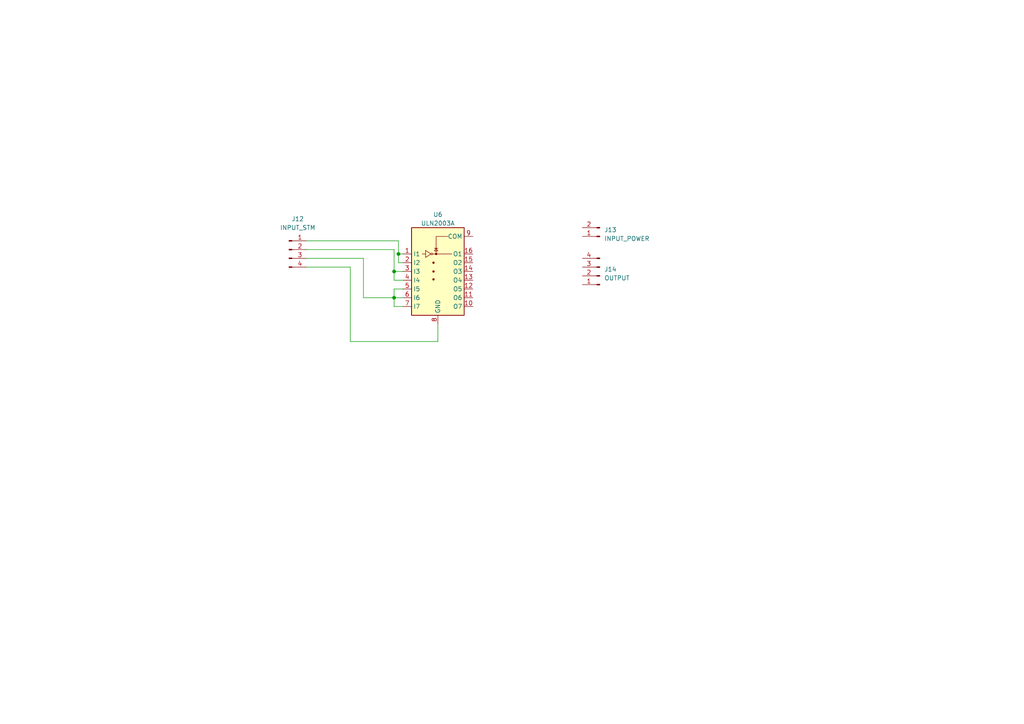
<source format=kicad_sch>
(kicad_sch (version 20230121) (generator eeschema)
  (paper "A4")
  (lib_symbols
    (symbol "Connector:Conn_01x02_Pin" (pin_names (offset 1.016) hide)
      (property "Reference" "J" (at 0 2.54 0))
      (property "Value" "Conn_01x02_Pin" (at 0 -5.08 0))
      (symbol "Conn_01x02_Pin_1_1"
        (polyline (pts (xy 1.27 -2.54) (xy 0.8636 -2.54)) (stroke (width 0.1524)))
        (polyline (pts (xy 1.27 0) (xy 0.8636 0)) (stroke (width 0.1524)))
        (rectangle (start 0.8636 -2.413) (end 0 -2.667) (stroke (width 0.1524)) (fill (type outline)))
        (rectangle (start 0.8636 0.127) (end 0 -0.127) (stroke (width 0.1524)) (fill (type outline)))
        (pin passive line (at 5.08 0 180) (length 3.81) (name "Pin_1") (number "1"))
        (pin passive line (at 5.08 -2.54 180) (length 3.81) (name "Pin_2") (number "2"))
      )
    )
    (symbol "Connector:Conn_01x04_Pin" (pin_names (offset 1.016) hide)
      (property "Reference" "J" (at 0 5.08 0))
      (property "Value" "Conn_01x04_Pin" (at 0 -7.62 0))
      (symbol "Conn_01x04_Pin_1_1"
        (polyline (pts (xy 1.27 -5.08) (xy 0.8636 -5.08)) (stroke (width 0.1524)))
        (polyline (pts (xy 1.27 -2.54) (xy 0.8636 -2.54)) (stroke (width 0.1524)))
        (polyline (pts (xy 1.27 0) (xy 0.8636 0)) (stroke (width 0.1524)))
        (polyline (pts (xy 1.27 2.54) (xy 0.8636 2.54)) (stroke (width 0.1524)))
        (rectangle (start 0.8636 -4.953) (end 0 -5.207) (stroke (width 0.1524)) (fill (type outline)))
        (rectangle (start 0.8636 -2.413) (end 0 -2.667) (stroke (width 0.1524)) (fill (type outline)))
        (rectangle (start 0.8636 0.127) (end 0 -0.127) (stroke (width 0.1524)) (fill (type outline)))
        (rectangle (start 0.8636 2.667) (end 0 2.413) (stroke (width 0.1524)) (fill (type outline)))
        (pin passive line (at 5.08 2.54 180) (length 3.81) (name "Pin_1") (number "1"))
        (pin passive line (at 5.08 0 180) (length 3.81) (name "Pin_2") (number "2"))
        (pin passive line (at 5.08 -2.54 180) (length 3.81) (name "Pin_3") (number "3"))
        (pin passive line (at 5.08 -5.08 180) (length 3.81) (name "Pin_4") (number "4"))
      )
    )
    (symbol "Transistor_Array:ULN2003A"
      (property "Reference" "U" (at 0 15.875 0))
      (property "Value" "ULN2003A" (at 0 13.97 0))
      (symbol "ULN2003A_0_1"
        (rectangle (start -7.62 -12.7) (end 7.62 12.7) (stroke (width 0.254)) (fill (type background)))
        (circle (center -1.778 5.08) (radius 0.254))
        (circle (center -1.27 -2.286) (radius 0.254) (fill (type outline)))
        (circle (center -1.27 0) (radius 0.254) (fill (type outline)))
        (circle (center -1.27 2.54) (radius 0.254) (fill (type outline)))
        (circle (center -0.508 5.08) (radius 0.254) (fill (type outline)))
        (polyline (pts (xy -4.572 5.08) (xy -3.556 5.08)))
        (polyline (pts (xy -1.524 5.08) (xy 4.064 5.08)))
        (polyline (pts (xy 0 6.731) (xy -1.016 6.731)))
        (polyline (pts (xy -0.508 5.08) (xy -0.508 10.16) (xy 2.921 10.16)))
        (polyline (pts (xy -3.556 6.096) (xy -3.556 4.064) (xy -2.032 5.08) (xy -3.556 6.096)))
        (polyline (pts (xy 0 5.969) (xy -1.016 5.969) (xy -0.508 6.731) (xy 0 5.969)))
      )
      (symbol "ULN2003A_1_1"
        (pin input line (at -10.16 5.08 0) (length 2.54) (name "I1") (number "1"))
        (pin open_collector line (at 10.16 -10.16 180) (length 2.54) (name "O7") (number "10"))
        (pin open_collector line (at 10.16 -7.62 180) (length 2.54) (name "O6") (number "11"))
        (pin open_collector line (at 10.16 -5.08 180) (length 2.54) (name "O5") (number "12"))
        (pin open_collector line (at 10.16 -2.54 180) (length 2.54) (name "O4") (number "13"))
        (pin open_collector line (at 10.16 0 180) (length 2.54) (name "O3") (number "14"))
        (pin open_collector line (at 10.16 2.54 180) (length 2.54) (name "O2") (number "15"))
        (pin open_collector line (at 10.16 5.08 180) (length 2.54) (name "O1") (number "16"))
        (pin input line (at -10.16 2.54 0) (length 2.54) (name "I2") (number "2"))
        (pin input line (at -10.16 0 0) (length 2.54) (name "I3") (number "3"))
        (pin input line (at -10.16 -2.54 0) (length 2.54) (name "I4") (number "4"))
        (pin input line (at -10.16 -5.08 0) (length 2.54) (name "I5") (number "5"))
        (pin input line (at -10.16 -7.62 0) (length 2.54) (name "I6") (number "6"))
        (pin input line (at -10.16 -10.16 0) (length 2.54) (name "I7") (number "7"))
        (pin power_in line (at 0 -15.24 90) (length 2.54) (name "GND") (number "8"))
        (pin passive line (at 10.16 10.16 180) (length 2.54) (name "COM") (number "9"))
      )
    )
  )
  (junction (at 115.57 73.66))
  (junction (at 114.3 78.74))
  (junction (at 114.3 86.36))
  (wire (pts (xy 114.3 86.36) (xy 116.84 86.36)))
  (wire (pts (xy 114.3 81.28) (xy 116.84 81.28)))
  (wire (pts (xy 88.9 77.47) (xy 101.6 77.47)))
  (wire (pts (xy 88.9 72.39) (xy 114.3 72.39)))
  (wire (pts (xy 114.3 72.39) (xy 114.3 78.74)))
  (wire (pts (xy 114.3 78.74) (xy 114.3 81.28)))
  (wire (pts (xy 114.3 83.82) (xy 114.3 86.36)))
  (wire (pts (xy 105.41 86.36) (xy 114.3 86.36)))
  (wire (pts (xy 116.84 88.9) (xy 114.3 88.9)))
  (wire (pts (xy 88.9 69.85) (xy 115.57 69.85)))
  (wire (pts (xy 115.57 73.66) (xy 115.57 76.2)))
  (wire (pts (xy 115.57 69.85) (xy 115.57 73.66)))
  (wire (pts (xy 116.84 83.82) (xy 114.3 83.82)))
  (wire (pts (xy 115.57 73.66) (xy 116.84 73.66)))
  (wire (pts (xy 88.9 74.93) (xy 105.41 74.93)))
  (wire (pts (xy 115.57 76.2) (xy 116.84 76.2)))
  (wire (pts (xy 127 99.06) (xy 127 93.98)))
  (wire (pts (xy 101.6 77.47) (xy 101.6 99.06)))
  (wire (pts (xy 101.6 99.06) (xy 127 99.06)))
  (wire (pts (xy 105.41 74.93) (xy 105.41 86.36)))
  (wire (pts (xy 114.3 78.74) (xy 116.84 78.74)))
  (wire (pts (xy 114.3 88.9) (xy 114.3 86.36)))
  (symbol (lib_id "Connector:Conn_01x02_Pin") (at 173.99 68.58 180) (unit 1)
    (property "Reference" "J13" (at 175.26 66.675 0) (effects (justify right)))
    (property "Value" "INPUT_POWER" (at 175.26 69.215 0) (effects (justify right)))
  )
  (symbol (lib_id "Connector:Conn_01x04_Pin") (at 173.99 80.01 180) (unit 1)
    (property "Reference" "J14" (at 175.26 78.105 0) (effects (justify right)))
    (property "Value" "OUTPUT" (at 175.26 80.645 0) (effects (justify right)))
  )
  (symbol (lib_id "Transistor_Array:ULN2003A") (at 127 78.74 0) (unit 1)
    (property "Reference" "U6" (at 127 62.23 0))
    (property "Value" "ULN2003A" (at 127 64.77 0))
    (property "Datasheet" "http://www.ti.com/lit/ds/symlink/uln2003a.pdf" (effects hide))
  )
  (symbol (lib_id "Connector:Conn_01x04_Pin") (at 83.82 72.39 0) (unit 1)
    (property "Reference" "J12" (at 86.36 63.5 0))
    (property "Value" "INPUT_STM" (at 86.36 66.04 0))
  )
)
</source>
